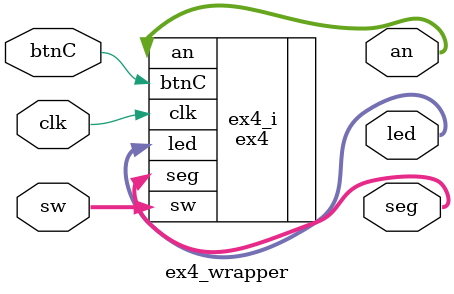
<source format=v>
`timescale 1 ps / 1 ps

module ex4_wrapper
   (an,
    btnC,
    clk,
    led,
    seg,
    sw);
  output [7:0]an;
  input btnC;
  input clk;
  output [7:0]led;
  output [6:0]seg;
  input [4:0]sw;

  wire [7:0]an;
  wire btnC;
  wire clk;
  wire [7:0]led;
  wire [6:0]seg;
  wire [4:0]sw;

  ex4 ex4_i
       (.an(an),
        .btnC(btnC),
        .clk(clk),
        .led(led),
        .seg(seg),
        .sw(sw));
endmodule

</source>
